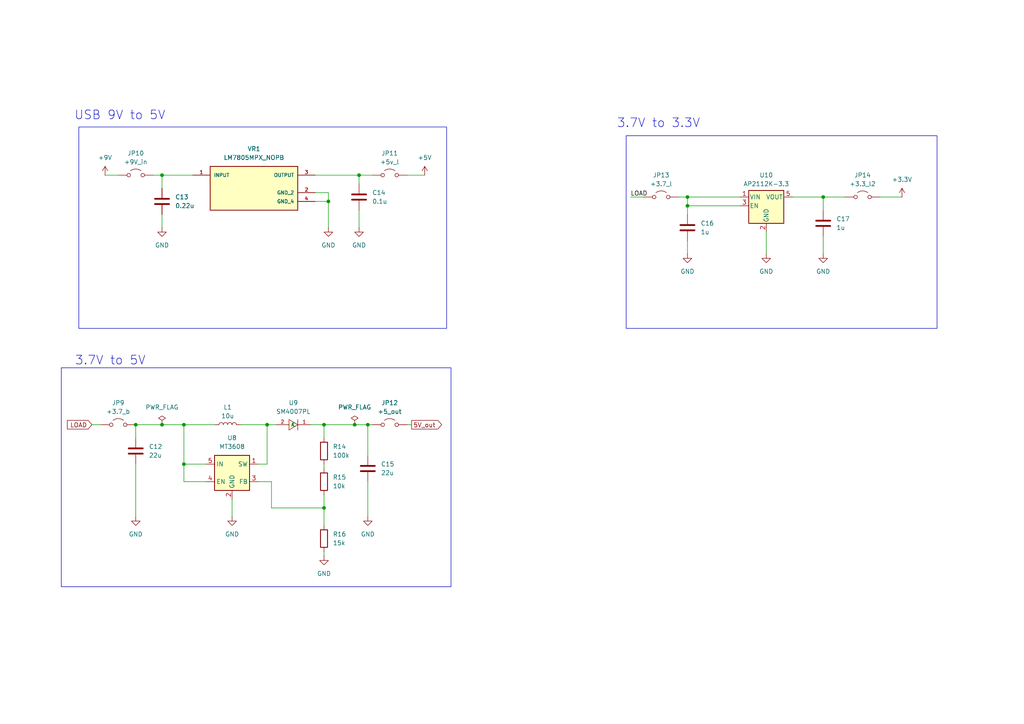
<source format=kicad_sch>
(kicad_sch (version 20231120) (generator "eeschema") (generator_version "8.0")
  (paper "A4")
  (title_block (title "Power Module") (date "2025-03-23") (rev "1") (company "University Of Cape Town") (comment 4 "Author: Khanzi Olwethu[KHNOLW003], Athenkosi Khonzani[KHNATH002]"))
  (lib_symbols
    (symbol "Device:C" (pin_numbers hide) (pin_names (offset 0.254))
      (property "Reference" "C" (at 0.635 2.54 0))
      (property "Value" "C" (at 0.635 -2.54 0))
      (symbol "C_0_1"
        (polyline (pts (xy -2.032 -0.762) (xy 2.032 -0.762)) (stroke (width 0.508)))
        (polyline (pts (xy -2.032 0.762) (xy 2.032 0.762)) (stroke (width 0.508)))
      )
      (symbol "C_1_1"
        (pin passive line (at 0 3.81 270) (length 2.794) (name "~") (number "1"))
        (pin passive line (at 0 -3.81 90) (length 2.794) (name "~") (number "2"))
      )
    )
    (symbol "Device:L" (pin_numbers hide) (pin_names (offset 1.016) hide)
      (property "Reference" "L" (at -1.27 0 90))
      (property "Value" "L" (at 1.905 0 90))
      (symbol "L_0_1"
        (arc (start 0 -2.54) (mid 0.6323 -1.905) (end 0 -1.27))
        (arc (start 0 -1.27) (mid 0.6323 -0.635) (end 0 0))
        (arc (start 0 0) (mid 0.6323 0.635) (end 0 1.27))
        (arc (start 0 1.27) (mid 0.6323 1.905) (end 0 2.54))
      )
      (symbol "L_1_1"
        (pin passive line (at 0 3.81 270) (length 1.27) (name "1") (number "1"))
        (pin passive line (at 0 -3.81 90) (length 1.27) (name "2") (number "2"))
      )
    )
    (symbol "Device:R" (pin_numbers hide) (pin_names (offset 0))
      (property "Reference" "R" (at 2.032 0 90))
      (property "Value" "R" (at 0 0 90))
      (symbol "R_0_1"
        (rectangle (start -1.016 -2.54) (end 1.016 2.54) (stroke (width 0.254)))
      )
      (symbol "R_1_1"
        (pin passive line (at 0 3.81 270) (length 1.27) (name "~") (number "1"))
        (pin passive line (at 0 -3.81 90) (length 1.27) (name "~") (number "2"))
      )
    )
    (symbol "Jumper:Jumper_2_Open" (pin_numbers hide) (pin_names (offset 0) hide) (exclude_from_sim yes)
      (property "Reference" "JP" (at 0 2.794 0))
      (property "Value" "Jumper_2_Open" (at 0 -2.286 0))
      (symbol "Jumper_2_Open_0_0"
        (circle (center -2.032 0) (radius 0.508))
        (circle (center 2.032 0) (radius 0.508))
      )
      (symbol "Jumper_2_Open_0_1"
        (arc (start 1.524 1.27) (mid 0 1.778) (end -1.524 1.27))
      )
      (symbol "Jumper_2_Open_1_1"
        (pin passive line (at -5.08 0 0) (length 2.54) (name "A") (number "1"))
        (pin passive line (at 5.08 0 180) (length 2.54) (name "B") (number "2"))
      )
    )
    (symbol "LM7805MPX_NOPB:LM7805MPX_NOPB" (pin_names (offset 1.016))
      (property "Reference" "VR" (at -12.7 6.08 0))
      (property "Value" "LM7805MPX_NOPB" (at -12.7 -9.08 0))
      (symbol "LM7805MPX_NOPB_0_0"
        (rectangle (start -12.7 -7.62) (end 12.7 5.08) (stroke (width 0.254)) (fill (type background)))
        (pin input line (at -17.78 2.54 0) (length 5.08) (name "INPUT") (number "1"))
        (pin power_in line (at 17.78 -2.54 180) (length 5.08) (name "GND_2") (number "2"))
        (pin output line (at 17.78 2.54 180) (length 5.08) (name "OUTPUT") (number "3"))
        (pin power_in line (at 17.78 -5.08 180) (length 5.08) (name "GND_4") (number "4"))
      )
    )
    (symbol "Regulator_Linear:AP2112K-3.3" (pin_names (offset 0.254))
      (property "Reference" "U" (at -5.08 5.715 0))
      (property "Value" "AP2112K-3.3" (at 0 5.715 0))
      (symbol "AP2112K-3.3_0_1"
        (rectangle (start -5.08 4.445) (end 5.08 -5.08) (stroke (width 0.254)) (fill (type background)))
      )
      (symbol "AP2112K-3.3_1_1"
        (pin power_in line (at -7.62 2.54 0) (length 2.54) (name "VIN") (number "1"))
        (pin power_in line (at 0 -7.62 90) (length 2.54) (name "GND") (number "2"))
        (pin input line (at -7.62 0 0) (length 2.54) (name "EN") (number "3"))
        (pin no_connect line (at 5.08 0 180) (length 2.54) hide (name "NC") (number "4"))
        (pin power_out line (at 7.62 2.54 180) (length 2.54) (name "VOUT") (number "5"))
      )
    )
    (symbol "Regulator_Switching:MT3608"
      (property "Reference" "U" (at -2.54 8.89 0))
      (property "Value" "MT3608" (at -3.81 6.35 0))
      (symbol "MT3608_0_1"
        (rectangle (start -5.08 5.08) (end 5.08 -5.08) (stroke (width 0.254)) (fill (type background)))
      )
      (symbol "MT3608_1_1"
        (pin passive line (at 7.62 2.54 180) (length 2.54) (name "SW") (number "1"))
        (pin power_in line (at 0 -7.62 90) (length 2.54) (name "GND") (number "2"))
        (pin input line (at 7.62 -2.54 180) (length 2.54) (name "FB") (number "3"))
        (pin input line (at -7.62 -2.54 0) (length 2.54) (name "EN") (number "4"))
        (pin power_in line (at -7.62 2.54 0) (length 2.54) (name "IN") (number "5"))
        (pin no_connect line (at 5.08 0 180) (length 2.54) hide (name "NC") (number "6"))
      )
    )
    (symbol "SM4007PL:SM4007PL"
      (property "Reference" "U" (at 0 1.27 0))
      (property "Value" "SM4007PL" (at 0 -2.54 0))
      (symbol "SM4007PL_0_1"
        (polyline (pts (xy -1.27 -1.524) (xy -1.27 1.524)))
        (polyline (pts (xy 1.27 1.524) (xy -1.27 0) (xy 1.27 -1.524) (xy 1.27 1.524)) (fill (type background)))
        (pin unspecified line (at -5.08 0 0) (length 3.81) (name "C") (number "1"))
        (pin unspecified line (at 5.08 0 180) (length 3.81) (name "A") (number "2"))
      )
    )
    (symbol "power:+3.3V" (power) (pin_numbers hide) (pin_names (offset 0) hide)
      (property "Value" "+3.3V" (at 0 3.556 0))
      (symbol "+3.3V_0_1"
        (polyline (pts (xy -0.762 1.27) (xy 0 2.54)))
        (polyline (pts (xy 0 0) (xy 0 2.54)))
        (polyline (pts (xy 0 2.54) (xy 0.762 1.27)))
      )
      (symbol "+3.3V_1_1"
        (pin power_in line (at 0 0 90) (length 0) (name "~") (number "1"))
      )
    )
    (symbol "power:+5V" (power) (pin_numbers hide) (pin_names (offset 0) hide)
      (property "Value" "+5V" (at 0 3.556 0))
      (symbol "+5V_0_1"
        (polyline (pts (xy -0.762 1.27) (xy 0 2.54)))
        (polyline (pts (xy 0 0) (xy 0 2.54)))
        (polyline (pts (xy 0 2.54) (xy 0.762 1.27)))
      )
      (symbol "+5V_1_1"
        (pin power_in line (at 0 0 90) (length 0) (name "~") (number "1"))
      )
    )
    (symbol "power:+9V" (power) (pin_numbers hide) (pin_names (offset 0) hide)
      (property "Value" "+9V" (at 0 3.556 0))
      (symbol "+9V_0_1"
        (polyline (pts (xy -0.762 1.27) (xy 0 2.54)))
        (polyline (pts (xy 0 0) (xy 0 2.54)))
        (polyline (pts (xy 0 2.54) (xy 0.762 1.27)))
      )
      (symbol "+9V_1_1"
        (pin power_in line (at 0 0 90) (length 0) (name "~") (number "1"))
      )
    )
    (symbol "power:GND" (power) (pin_numbers hide) (pin_names (offset 0) hide)
      (property "Value" "GND" (at 0 -3.81 0))
      (symbol "GND_0_1"
        (polyline (pts (xy 0 0) (xy 0 -1.27) (xy 1.27 -1.27) (xy 0 -2.54) (xy -1.27 -1.27) (xy 0 -1.27)))
      )
      (symbol "GND_1_1"
        (pin power_in line (at 0 0 270) (length 0) (name "~") (number "1"))
      )
    )
    (symbol "power:PWR_FLAG" (power) (pin_numbers hide) (pin_names (offset 0) hide)
      (property "Value" "PWR_FLAG" (at 0 3.81 0))
      (symbol "PWR_FLAG_0_0"
        (pin power_out line (at 0 0 90) (length 0) (name "~") (number "1"))
      )
      (symbol "PWR_FLAG_0_1"
        (polyline (pts (xy 0 0) (xy 0 1.27) (xy -1.016 1.905) (xy 0 2.54) (xy 1.016 1.905) (xy 0 1.27)))
      )
    )
  )
  (junction (at 106.68 123.19))
  (junction (at 46.99 50.8))
  (junction (at 39.37 123.19))
  (junction (at 93.98 147.32))
  (junction (at 199.39 59.69))
  (junction (at 53.34 134.62))
  (junction (at 95.25 58.42))
  (junction (at 53.34 123.19))
  (junction (at 102.87 123.19))
  (junction (at 93.98 123.19))
  (junction (at 77.47 123.19))
  (junction (at 104.14 50.8))
  (junction (at 238.76 57.15))
  (junction (at 199.39 57.15))
  (junction (at 46.99 123.19))
  (wire (pts (xy 77.47 134.62) (xy 77.47 123.19)))
  (wire (pts (xy 182.88 57.15) (xy 186.69 57.15)))
  (wire (pts (xy 53.34 134.62) (xy 53.34 123.19)))
  (wire (pts (xy 93.98 123.19) (xy 93.98 127)))
  (wire (pts (xy 59.69 139.7) (xy 53.34 139.7)))
  (wire (pts (xy 53.34 123.19) (xy 46.99 123.19)))
  (wire (pts (xy 26.67 123.19) (xy 29.21 123.19)))
  (wire (pts (xy 90.17 123.19) (xy 93.98 123.19)))
  (wire (pts (xy 238.76 57.15) (xy 238.76 60.96)))
  (wire (pts (xy 91.44 58.42) (xy 95.25 58.42)))
  (wire (pts (xy 238.76 68.58) (xy 238.76 73.66)))
  (wire (pts (xy 59.69 134.62) (xy 53.34 134.62)))
  (wire (pts (xy 74.93 139.7) (xy 78.74 139.7)))
  (wire (pts (xy 74.93 134.62) (xy 77.47 134.62)))
  (wire (pts (xy 104.14 60.96) (xy 104.14 66.04)))
  (wire (pts (xy 67.31 144.78) (xy 67.31 149.86)))
  (wire (pts (xy 39.37 134.62) (xy 39.37 149.86)))
  (wire (pts (xy 77.47 123.19) (xy 80.01 123.19)))
  (wire (pts (xy 118.11 50.8) (xy 123.19 50.8)))
  (wire (pts (xy 55.88 50.8) (xy 46.99 50.8)))
  (wire (pts (xy 95.25 58.42) (xy 95.25 66.04)))
  (wire (pts (xy 199.39 57.15) (xy 214.63 57.15)))
  (wire (pts (xy 102.87 123.19) (xy 106.68 123.19)))
  (wire (pts (xy 78.74 147.32) (xy 93.98 147.32)))
  (wire (pts (xy 104.14 50.8) (xy 107.95 50.8)))
  (wire (pts (xy 222.25 67.31) (xy 222.25 73.66)))
  (wire (pts (xy 69.85 123.19) (xy 77.47 123.19)))
  (wire (pts (xy 91.44 55.88) (xy 95.25 55.88)))
  (wire (pts (xy 53.34 123.19) (xy 62.23 123.19)))
  (wire (pts (xy 229.87 57.15) (xy 238.76 57.15)))
  (wire (pts (xy 93.98 143.51) (xy 93.98 147.32)))
  (wire (pts (xy 106.68 139.7) (xy 106.68 149.86)))
  (wire (pts (xy 199.39 69.85) (xy 199.39 73.66)))
  (wire (pts (xy 39.37 127) (xy 39.37 123.19)))
  (wire (pts (xy 196.85 57.15) (xy 199.39 57.15)))
  (wire (pts (xy 46.99 50.8) (xy 46.99 54.61)))
  (wire (pts (xy 238.76 57.15) (xy 245.11 57.15)))
  (wire (pts (xy 106.68 123.19) (xy 107.95 123.19)))
  (wire (pts (xy 44.45 50.8) (xy 46.99 50.8)))
  (wire (pts (xy 199.39 59.69) (xy 214.63 59.69)))
  (wire (pts (xy 199.39 62.23) (xy 199.39 59.69)))
  (wire (pts (xy 39.37 123.19) (xy 46.99 123.19)))
  (wire (pts (xy 93.98 160.02) (xy 93.98 161.29)))
  (wire (pts (xy 93.98 123.19) (xy 102.87 123.19)))
  (wire (pts (xy 118.11 123.19) (xy 119.38 123.19)))
  (wire (pts (xy 30.48 50.8) (xy 34.29 50.8)))
  (wire (pts (xy 104.14 50.8) (xy 104.14 53.34)))
  (wire (pts (xy 199.39 59.69) (xy 199.39 57.15)))
  (wire (pts (xy 53.34 139.7) (xy 53.34 134.62)))
  (wire (pts (xy 106.68 123.19) (xy 106.68 132.08)))
  (wire (pts (xy 255.27 57.15) (xy 261.62 57.15)))
  (wire (pts (xy 78.74 139.7) (xy 78.74 147.32)))
  (wire (pts (xy 93.98 147.32) (xy 93.98 152.4)))
  (wire (pts (xy 46.99 62.23) (xy 46.99 66.04)))
  (wire (pts (xy 95.25 55.88) (xy 95.25 58.42)))
  (wire (pts (xy 93.98 134.62) (xy 93.98 135.89)))
  (wire (pts (xy 91.44 50.8) (xy 104.14 50.8)))
  (rectangle (start 17.78 106.68) (end 130.81 170.18))
  (rectangle (start 22.86 36.83) (end 129.54 95.25))
  (rectangle (start 181.61 39.37) (end 271.78 95.25))
  (text "3.7V to 5V" (at 32.004 104.648 0) (effects (font (size 2.54 2.54))))
  (text "USB 9V to 5V" (at 34.798 33.528 0) (effects (font (size 2.54 2.54))))
  (text "3.7V to 3.3V" (at 191.008 35.814 0) (effects (font (size 2.54 2.54))))
  (label "LOAD" (at 182.88 57.15 0))
  (global_label "5V_out" (shape output) (at 119.38 123.19 0) (property "Intersheetrefs" "${INTERSHEET_REFS}" (effects (hide yes))))
  (global_label "LOAD" (shape input) (at 26.67 123.19 180) (property "Intersheetrefs" "${INTERSHEET_REFS}" (effects (hide yes))))
  (symbol (lib_id "Device:C") (at 199.39 66.04 0) (unit 1)
    (property "Reference" "C16" (at 203.2 64.7699 0) (effects (justify left)))
    (property "Value" "1u" (at 203.2 67.3099 0) (effects (justify left)))
    (property "Footprint" "Capacitor_SMD:C_0603_1608Metric_Pad1.08x0.95mm_HandSolder" (effects (hide yes)))
    (property "Description" "Unpolarized capacitor" (effects (hide yes)))
    (property "LCSC" "C15849" (effects (hide yes)))
  )
  (symbol (lib_id "Jumper:Jumper_2_Open") (at 34.29 123.19 0) (unit 1) (exclude_from_sim yes)
    (property "Reference" "JP9" (at 34.29 116.84 0))
    (property "Value" "+3.7_b" (at 34.29 119.38 0))
    (property "Footprint" "Jumper:SolderJumper-2_P1.3mm_Open_RoundedPad1.0x1.5mm" (effects (hide yes)))
    (property "Description" "Jumper, 2-pole, open" (effects (hide yes)))
  )
  (symbol (lib_id "power:+5V") (at 123.19 50.8 0) (unit 1)
    (property "Reference" "#PWR064" (effects (hide yes)))
    (property "Value" "+5V" (at 123.19 45.72 0))
    (property "Description" "Power symbol creates a global label with name \"+5V\"" (effects (hide yes)))
  )
  (symbol (lib_id "power:GND") (at 39.37 149.86 0) (unit 1)
    (property "Reference" "#PWR057" (effects (hide yes)))
    (property "Value" "GND" (at 39.37 154.94 0))
    (property "Description" "Power symbol creates a global label with name \"GND\" , ground" (effects (hide yes)))
  )
  (symbol (lib_id "power:GND") (at 46.99 66.04 0) (unit 1)
    (property "Reference" "#PWR058" (effects (hide yes)))
    (property "Value" "GND" (at 46.99 71.12 0))
    (property "Description" "Power symbol creates a global label with name \"GND\" , ground" (effects (hide yes)))
  )
  (symbol (lib_id "Device:C") (at 106.68 135.89 0) (unit 1)
    (property "Reference" "C15" (at 110.49 134.6199 0) (effects (justify left)))
    (property "Value" "22u" (at 110.49 137.1599 0) (effects (justify left)))
    (property "Footprint" "Capacitor_SMD:C_0603_1608Metric_Pad1.08x0.95mm_HandSolder" (effects (hide yes)))
    (property "Description" "Unpolarized capacitor" (effects (hide yes)))
    (property "LCSC" "C59461" (effects (hide yes)))
  )
  (symbol (lib_id "SM4007PL:SM4007PL") (at 85.09 123.19 180) (unit 1)
    (property "Reference" "U9" (at 85.09 116.84 0))
    (property "Value" "SM4007PL" (at 85.09 119.38 0))
    (property "Footprint" "footprint:SOD-123F_L2.8-W1.8-LS3.7-RD" (effects (hide yes)))
    (property "Datasheet" "https://item.szlcsc.com/60254.html" (effects (hide yes)))
    (property "LCSC" "C64898" (effects (hide yes)))
  )
  (symbol (lib_id "LM7805MPX_NOPB:LM7805MPX_NOPB") (at 73.66 53.34 0) (unit 1)
    (property "Reference" "VR1" (at 73.66 43.18 0))
    (property "Value" "LM7805MPX_NOPB" (at 73.66 45.72 0))
    (property "Footprint" "LM7805MPX_NOPB:VREG_LM7805MPX_NOPB" (effects (hide yes)))
    (property "MF" "Texas Instruments" (effects (hide yes)))
    (property "MAXIMUM_PACKAGE_HEIGHT" "1.80 mm" (effects (hide yes)))
    (property "Package" "SOT-223-4 Texas Instruments" (effects (hide yes)))
    (property "Price" "None" (effects (hide yes)))
    (property "Check_prices" "https://www.snapeda.com/parts/LM7805MPX/NOPB/Texas+Instruments/view-part/?ref=eda" (effects (hide yes)))
    (property "STANDARD" "Manufacturer Recommendations" (effects (hide yes)))
    (property "PARTREV" "L" (effects (hide yes)))
    (property "SnapEDA_Link" "https://www.snapeda.com/parts/LM7805MPX/NOPB/Texas+Instruments/view-part/?ref=snap" (effects (hide yes)))
    (property "MP" "LM7805MPX/NOPB" (effects (hide yes)))
    (property "Description_1" "\n                        \n                            1.5-A, 30-V, linear voltage regulator\n                        \n" (effects (hide yes)))
    (property "Availability" "In Stock" (effects (hide yes)))
    (property "MANUFACTURER" "Texas Instruments" (effects (hide yes)))
    (property "LCSC" "C2848241" (effects (hide yes)))
  )
  (symbol (lib_id "Jumper:Jumper_2_Open") (at 113.03 50.8 0) (unit 1) (exclude_from_sim yes)
    (property "Reference" "JP11" (at 113.03 44.45 0))
    (property "Value" "+5v_l" (at 113.03 46.99 0))
    (property "Footprint" "Jumper:SolderJumper-2_P1.3mm_Open_RoundedPad1.0x1.5mm" (effects (hide yes)))
    (property "Description" "Jumper, 2-pole, open" (effects (hide yes)))
  )
  (symbol (lib_id "Device:R") (at 93.98 139.7 0) (unit 1)
    (property "Reference" "R15" (at 96.52 138.4299 0) (effects (justify left)))
    (property "Value" "10k" (at 96.52 140.9699 0) (effects (justify left)))
    (property "Footprint" "Resistor_SMD:R_0603_1608Metric_Pad0.98x0.95mm_HandSolder" (effects (hide yes)))
    (property "Description" "Resistor" (effects (hide yes)))
    (property "LCSC" "C25804" (effects (hide yes)))
  )
  (symbol (lib_id "Jumper:Jumper_2_Open") (at 113.03 123.19 0) (unit 1) (exclude_from_sim yes)
    (property "Reference" "JP12" (at 113.03 116.84 0))
    (property "Value" "+5_out" (at 113.03 119.38 0))
    (property "Footprint" "Jumper:SolderJumper-2_P1.3mm_Open_RoundedPad1.0x1.5mm" (effects (hide yes)))
    (property "Description" "Jumper, 2-pole, open" (effects (hide yes)))
  )
  (symbol (lib_id "Device:C") (at 238.76 64.77 0) (unit 1)
    (property "Reference" "C17" (at 242.57 63.4999 0) (effects (justify left)))
    (property "Value" "1u" (at 242.57 66.0399 0) (effects (justify left)))
    (property "Footprint" "Capacitor_SMD:C_0603_1608Metric_Pad1.08x0.95mm_HandSolder" (effects (hide yes)))
    (property "Description" "Unpolarized capacitor" (effects (hide yes)))
    (property "LCSC" "C15849" (effects (hide yes)))
  )
  (symbol (lib_id "power:PWR_FLAG") (at 102.87 123.19 0) (unit 1)
    (property "Reference" "#FLG07" (effects (hide yes)))
    (property "Value" "PWR_FLAG" (at 102.87 118.11 0))
    (property "Description" "Special symbol for telling ERC where power comes from" (effects (hide yes)))
  )
  (symbol (lib_id "power:+3.3V") (at 261.62 57.15 0) (unit 1)
    (property "Reference" "#PWR068" (effects (hide yes)))
    (property "Value" "+3.3V" (at 261.62 52.07 0))
    (property "Description" "Power symbol creates a global label with name \"+3.3V\"" (effects (hide yes)))
  )
  (symbol (lib_id "Jumper:Jumper_2_Open") (at 250.19 57.15 0) (unit 1) (exclude_from_sim yes)
    (property "Reference" "JP14" (at 250.19 50.8 0))
    (property "Value" "+3.3_l2" (at 250.19 53.34 0))
    (property "Footprint" "Jumper:SolderJumper-2_P1.3mm_Open_RoundedPad1.0x1.5mm" (effects (hide yes)))
    (property "Description" "Jumper, 2-pole, open" (effects (hide yes)))
  )
  (symbol (lib_id "Device:R") (at 93.98 130.81 0) (unit 1)
    (property "Reference" "R14" (at 96.52 129.5399 0) (effects (justify left)))
    (property "Value" "100k" (at 96.52 132.0799 0) (effects (justify left)))
    (property "Footprint" "Resistor_SMD:R_0603_1608Metric_Pad0.98x0.95mm_HandSolder" (effects (hide yes)))
    (property "Description" "Resistor" (effects (hide yes)))
    (property "LCSC" "C25803" (effects (hide yes)))
  )
  (symbol (lib_id "Device:R") (at 93.98 156.21 0) (unit 1)
    (property "Reference" "R16" (at 96.52 154.9399 0) (effects (justify left)))
    (property "Value" "15k" (at 96.52 157.4799 0) (effects (justify left)))
    (property "Footprint" "Resistor_SMD:R_0603_1608Metric_Pad0.98x0.95mm_HandSolder" (effects (hide yes)))
    (property "Description" "Resistor" (effects (hide yes)))
    (property "LCSC" "C22809" (effects (hide yes)))
  )
  (symbol (lib_id "power:GND") (at 95.25 66.04 0) (unit 1)
    (property "Reference" "#PWR061" (effects (hide yes)))
    (property "Value" "GND" (at 95.25 71.12 0))
    (property "Description" "Power symbol creates a global label with name \"GND\" , ground" (effects (hide yes)))
  )
  (symbol (lib_id "power:GND") (at 93.98 161.29 0) (unit 1)
    (property "Reference" "#PWR060" (effects (hide yes)))
    (property "Value" "GND" (at 93.98 166.37 0))
    (property "Description" "Power symbol creates a global label with name \"GND\" , ground" (effects (hide yes)))
  )
  (symbol (lib_id "power:GND") (at 199.39 73.66 0) (unit 1)
    (property "Reference" "#PWR065" (effects (hide yes)))
    (property "Value" "GND" (at 199.39 78.74 0))
    (property "Description" "Power symbol creates a global label with name \"GND\" , ground" (effects (hide yes)))
  )
  (symbol (lib_id "Device:C") (at 104.14 57.15 0) (unit 1)
    (property "Reference" "C14" (at 107.95 55.8799 0) (effects (justify left)))
    (property "Value" "0.1u" (at 107.95 58.4199 0) (effects (justify left)))
    (property "Footprint" "Capacitor_SMD:C_0603_1608Metric_Pad1.08x0.95mm_HandSolder" (effects (hide yes)))
    (property "Description" "Unpolarized capacitor" (effects (hide yes)))
    (property "LCSC" "C14663" (effects (hide yes)))
  )
  (symbol (lib_id "Jumper:Jumper_2_Open") (at 191.77 57.15 0) (unit 1) (exclude_from_sim yes)
    (property "Reference" "JP13" (at 191.77 50.8 0))
    (property "Value" "+3.7_l" (at 191.77 53.34 0))
    (property "Footprint" "Jumper:SolderJumper-2_P1.3mm_Open_RoundedPad1.0x1.5mm" (effects (hide yes)))
    (property "Description" "Jumper, 2-pole, open" (effects (hide yes)))
  )
  (symbol (lib_id "Device:C") (at 46.99 58.42 0) (unit 1)
    (property "Reference" "C13" (at 50.8 57.1499 0) (effects (justify left)))
    (property "Value" "0.22u" (at 50.8 59.6899 0) (effects (justify left)))
    (property "Footprint" "Capacitor_SMD:C_0603_1608Metric_Pad1.08x0.95mm_HandSolder" (effects (hide yes)))
    (property "Description" "Unpolarized capacitor" (effects (hide yes)))
    (property "LCSC" "C21120" (effects (hide yes)))
  )
  (symbol (lib_id "power:PWR_FLAG") (at 46.99 123.19 0) (unit 1)
    (property "Reference" "#FLG06" (effects (hide yes)))
    (property "Value" "PWR_FLAG" (at 46.99 118.11 0))
    (property "Description" "Special symbol for telling ERC where power comes from" (effects (hide yes)))
  )
  (symbol (lib_id "power:GND") (at 67.31 149.86 0) (unit 1)
    (property "Reference" "#PWR059" (effects (hide yes)))
    (property "Value" "GND" (at 67.31 154.94 0))
    (property "Description" "Power symbol creates a global label with name \"GND\" , ground" (effects (hide yes)))
  )
  (symbol (lib_id "Device:C") (at 39.37 130.81 0) (unit 1)
    (property "Reference" "C12" (at 43.18 129.5399 0) (effects (justify left)))
    (property "Value" "22u" (at 43.18 132.0799 0) (effects (justify left)))
    (property "Footprint" "Capacitor_SMD:C_0603_1608Metric_Pad1.08x0.95mm_HandSolder" (effects (hide yes)))
    (property "Description" "Unpolarized capacitor" (effects (hide yes)))
    (property "LCSC" "C59461" (effects (hide yes)))
  )
  (symbol (lib_id "power:GND") (at 222.25 73.66 0) (unit 1)
    (property "Reference" "#PWR066" (effects (hide yes)))
    (property "Value" "GND" (at 222.25 78.74 0))
    (property "Description" "Power symbol creates a global label with name \"GND\" , ground" (effects (hide yes)))
  )
  (symbol (lib_id "power:+9V") (at 30.48 50.8 0) (unit 1)
    (property "Reference" "#PWR056" (effects (hide yes)))
    (property "Value" "+9V" (at 30.48 45.72 0))
    (property "Description" "Power symbol creates a global label with name \"+9V\"" (effects (hide yes)))
  )
  (symbol (lib_id "Jumper:Jumper_2_Open") (at 39.37 50.8 0) (unit 1) (exclude_from_sim yes)
    (property "Reference" "JP10" (at 39.37 44.45 0))
    (property "Value" "+9V_in" (at 39.37 46.99 0))
    (property "Footprint" "Jumper:SolderJumper-2_P1.3mm_Open_RoundedPad1.0x1.5mm" (effects (hide yes)))
    (property "Description" "Jumper, 2-pole, open" (effects (hide yes)))
  )
  (symbol (lib_id "power:GND") (at 104.14 66.04 0) (unit 1)
    (property "Reference" "#PWR062" (effects (hide yes)))
    (property "Value" "GND" (at 104.14 71.12 0))
    (property "Description" "Power symbol creates a global label with name \"GND\" , ground" (effects (hide yes)))
  )
  (symbol (lib_id "power:GND") (at 106.68 149.86 0) (unit 1)
    (property "Reference" "#PWR063" (effects (hide yes)))
    (property "Value" "GND" (at 106.68 154.94 0))
    (property "Description" "Power symbol creates a global label with name \"GND\" , ground" (effects (hide yes)))
  )
  (symbol (lib_id "Device:L") (at 66.04 123.19 90) (unit 1)
    (property "Reference" "L1" (at 66.04 118.11 90))
    (property "Value" "10u" (at 66.04 120.65 90))
    (property "Footprint" "Inductor_SMD:L_0603_1608Metric_Pad1.05x0.95mm_HandSolder" (effects (hide yes)))
    (property "Description" "Inductor" (effects (hide yes)))
    (property "LCSC" "C1035" (effects (hide yes)))
  )
  (symbol (lib_id "power:GND") (at 238.76 73.66 0) (unit 1)
    (property "Reference" "#PWR067" (effects (hide yes)))
    (property "Value" "GND" (at 238.76 78.74 0))
    (property "Description" "Power symbol creates a global label with name \"GND\" , ground" (effects (hide yes)))
  )
  (symbol (lib_id "Regulator_Switching:MT3608") (at 67.31 137.16 0) (unit 1)
    (property "Reference" "U8" (at 67.31 127 0))
    (property "Value" "MT3608" (at 67.31 129.54 0))
    (property "Footprint" "Package_TO_SOT_SMD:SOT-23-6" (effects (hide yes)))
    (property "Datasheet" "https://www.olimex.com/Products/Breadboarding/BB-PWR-3608/resources/MT3608.pdf" (effects (hide yes)))
    (property "Description" "High Efficiency 1.2MHz 2A Step Up Converter, 2-24V Vin, 28V Vout, 4A current limit, 1.2MHz, SOT23-6" (effects (hide yes)))
    (property "LCSC" "C19189893" (effects (hide yes)))
  )
  (symbol (lib_id "Regulator_Linear:AP2112K-3.3") (at 222.25 59.69 0) (unit 1)
    (property "Reference" "U10" (at 222.25 50.8 0))
    (property "Value" "AP2112K-3.3" (at 222.25 53.34 0))
    (property "Footprint" "Package_TO_SOT_SMD:SOT-23-5" (effects (hide yes)))
    (property "Datasheet" "https://www.diodes.com/assets/Datasheets/AP2112.pdf" (effects (hide yes)))
    (property "Description" "600mA low dropout linear regulator, with enable pin, 3.8V-6V input voltage range, 3.3V fixed positive output, SOT-23-5" (effects (hide yes)))
    (property "LCSC" "C23380830" (effects (hide yes)))
  )
)
</source>
